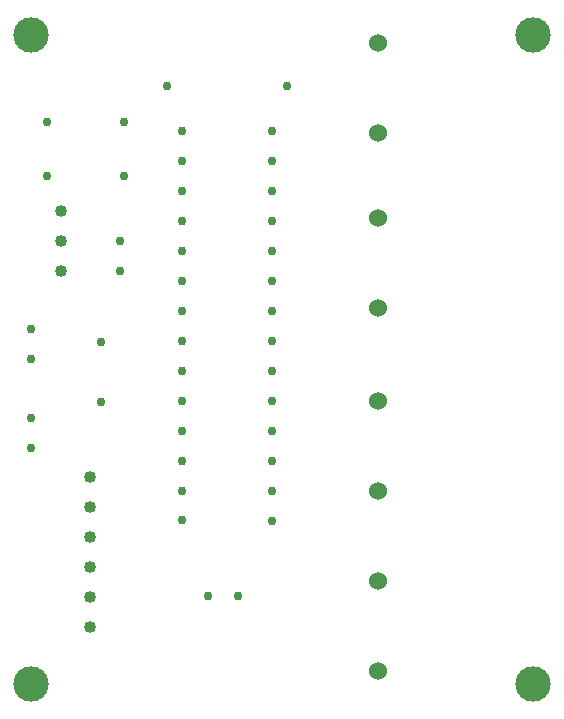
<source format=gbr>
G04 PROTEUS GERBER X2 FILE*
%TF.GenerationSoftware,Labcenter,Proteus,8.12-SP2-Build31155*%
%TF.CreationDate,2022-10-21T15:13:51+00:00*%
%TF.FileFunction,Plated,1,2,PTH*%
%TF.FilePolarity,Positive*%
%TF.Part,Single*%
%TF.SameCoordinates,{a4a464b1-79f5-4a4b-a632-db850109d18e}*%
%FSLAX45Y45*%
%MOMM*%
G01*
%TA.AperFunction,ComponentDrill*%
%ADD27C,1.524000*%
%ADD28C,0.762000*%
%TA.AperFunction,ComponentDrill*%
%ADD29C,1.016000*%
%TA.AperFunction,MechanicalDrill*%
%ADD72C,3.000000*%
%TD.AperFunction*%
D27*
X-4314000Y+3199000D03*
X-4314000Y+2437000D03*
X-4314000Y+4675000D03*
X-4314000Y+3913000D03*
X-4314000Y+127000D03*
X-4314000Y-635000D03*
X-4314000Y+1651000D03*
X-4314000Y+889000D03*
D28*
X-6096000Y+4318000D03*
X-5080000Y+4318000D03*
X-7112000Y+4006000D03*
X-6462000Y+4006000D03*
X-6462000Y+3556000D03*
X-7112000Y+3556000D03*
X-5207000Y+635000D03*
X-5207000Y+889000D03*
X-5207000Y+1143000D03*
X-5207000Y+1397000D03*
X-5207000Y+1651000D03*
X-5207000Y+1905000D03*
X-5207000Y+2159000D03*
X-5207000Y+2413000D03*
X-5207000Y+2667000D03*
X-5207000Y+2921000D03*
X-5207000Y+3175000D03*
X-5207000Y+3429000D03*
X-5207000Y+3683000D03*
X-5207000Y+3937000D03*
X-5969000Y+3937000D03*
X-5969000Y+3683000D03*
X-5969000Y+3429000D03*
X-5969000Y+3175000D03*
X-5969000Y+2921000D03*
X-5969000Y+2667000D03*
X-5969000Y+2413000D03*
X-5969000Y+2159000D03*
X-5969000Y+1905000D03*
X-5969000Y+1651000D03*
X-5969000Y+1397000D03*
X-5969000Y+1143000D03*
X-5969000Y+889000D03*
X-5969000Y+637000D03*
D29*
X-7000000Y+3254000D03*
X-7000000Y+3000000D03*
X-7000000Y+2746000D03*
D28*
X-6655000Y+1638000D03*
X-6655000Y+2146000D03*
X-5754000Y+0D03*
X-5500000Y+0D03*
X-6500000Y+3000000D03*
X-6500000Y+2746000D03*
X-7250000Y+2254000D03*
X-7250000Y+2000000D03*
X-7250000Y+1504000D03*
X-7250000Y+1250000D03*
D29*
X-6750000Y-270000D03*
X-6750000Y-16000D03*
X-6750000Y+238000D03*
X-6750000Y+492000D03*
X-6750000Y+746000D03*
X-6750000Y+1000000D03*
D72*
X-7250000Y+4750000D03*
X-3000000Y+4750000D03*
X-3000000Y-750000D03*
X-7250000Y-750000D03*
M02*

</source>
